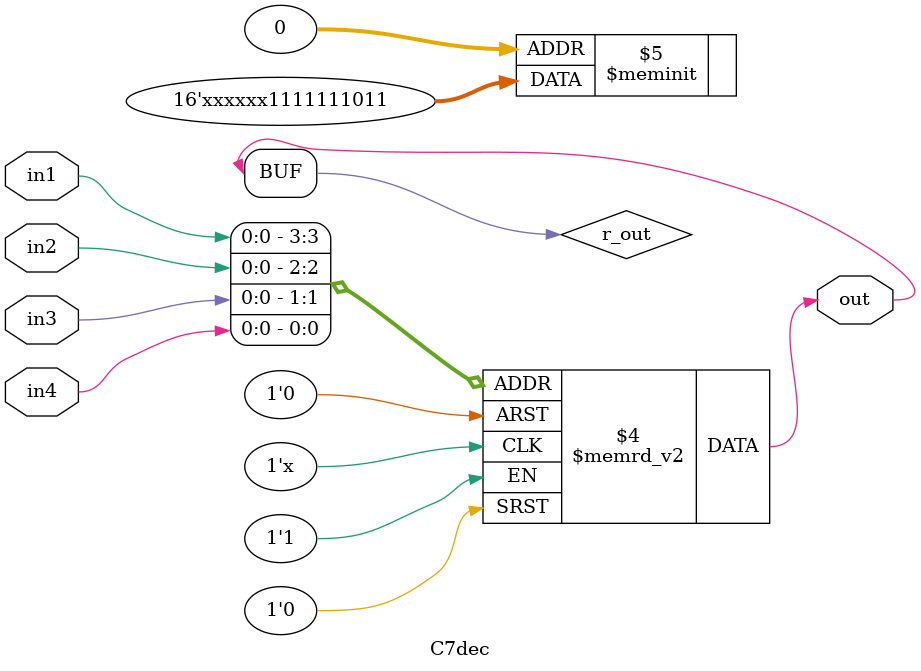
<source format=v>
module C7dec(output out, input in1, in2, in3, in4);
  reg r_out;
  assign out = r_out;
  always@(in1, in2, in3, in4)
    begin
      case({in1, in2, in3, in4})
        4'b0000: out = 1'b1;
        4'b0001: out = 1'b1;
        4'b0010: out = 1'b0;
        4'b0011: out = 1'b1;
        4'b0100: out = 1'b1;
        4'b0101: out = 1'b1;
        4'b0110: out = 1'b1;
        4'b0111: out = 1'b1;
	4'b1000: out = 1'b1;
        4'b1001: out = 1'b1;
        4'b1010: out = 1'bx;
        4'b1011: out = 1'bx;
        4'b1100: out = 1'bx;
        4'b1101: out = 1'bx;
        4'b1110: out = 1'bx;
        4'b1111: out = 1'bx;
	
        default: out = 1'b0;
      endcase
    end
endmodule

</source>
